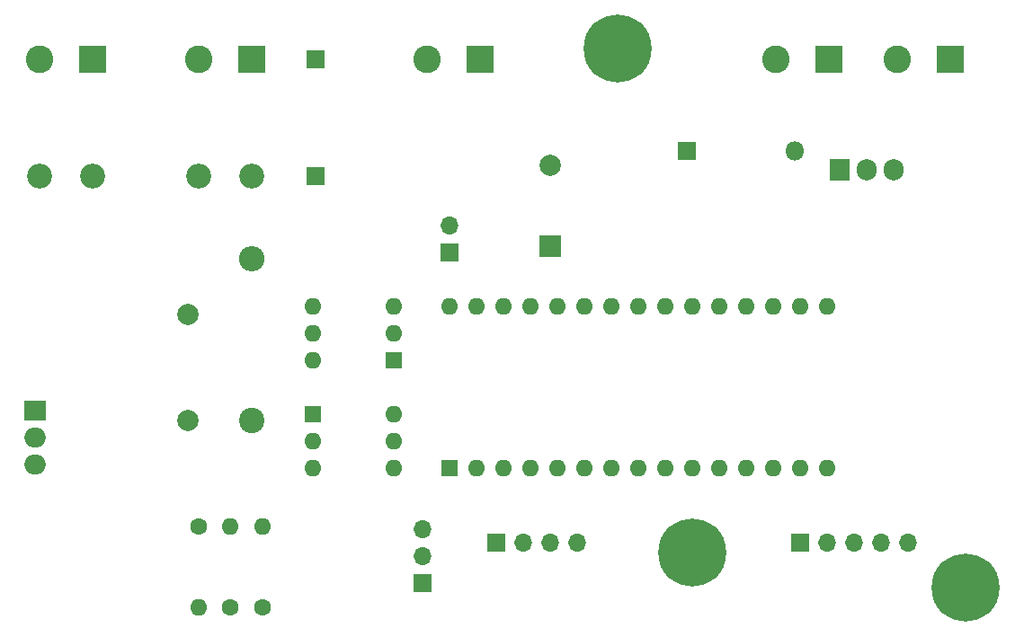
<source format=gbr>
G04 #@! TF.GenerationSoftware,KiCad,Pcbnew,(5.1.12)-1*
G04 #@! TF.CreationDate,2022-01-17T10:13:42+01:00*
G04 #@! TF.ProjectId,arduino_nano_reflow_TRIAC_v1_0,61726475-696e-46f5-9f6e-616e6f5f7265,1.0*
G04 #@! TF.SameCoordinates,Original*
G04 #@! TF.FileFunction,Soldermask,Bot*
G04 #@! TF.FilePolarity,Negative*
%FSLAX46Y46*%
G04 Gerber Fmt 4.6, Leading zero omitted, Abs format (unit mm)*
G04 Created by KiCad (PCBNEW (5.1.12)-1) date 2022-01-17 10:13:42*
%MOMM*%
%LPD*%
G01*
G04 APERTURE LIST*
%ADD10R,1.700000X1.700000*%
%ADD11C,6.400000*%
%ADD12O,1.800000X1.800000*%
%ADD13R,1.800000X1.800000*%
%ADD14O,2.400000X2.400000*%
%ADD15C,2.400000*%
%ADD16C,2.000000*%
%ADD17C,2.600000*%
%ADD18R,2.600000X2.600000*%
%ADD19O,1.700000X1.700000*%
%ADD20O,1.600000X1.600000*%
%ADD21R,1.600000X1.600000*%
%ADD22C,1.600000*%
%ADD23O,2.000000X1.905000*%
%ADD24R,2.000000X1.905000*%
%ADD25O,1.905000X2.000000*%
%ADD26R,1.905000X2.000000*%
%ADD27R,2.000000X2.000000*%
%ADD28C,2.350000*%
G04 APERTURE END LIST*
D10*
X135218820Y-74199260D03*
X135218820Y-63199260D03*
D11*
X163718820Y-62199260D03*
D12*
X180378820Y-71799260D03*
D13*
X170218820Y-71799260D03*
D14*
X129218820Y-81959260D03*
D15*
X129218820Y-97199260D03*
D16*
X123218820Y-97199260D03*
X123218820Y-87199260D03*
D17*
X190018820Y-63199260D03*
D18*
X195018820Y-63199260D03*
D19*
X159858820Y-108690000D03*
X157318820Y-108690000D03*
X154778820Y-108690000D03*
D10*
X152238820Y-108690000D03*
D17*
X178618820Y-63199260D03*
D18*
X183618820Y-63199260D03*
D20*
X183428820Y-86459260D03*
X183428820Y-101699260D03*
X147868820Y-86459260D03*
X180888820Y-101699260D03*
X150408820Y-86459260D03*
X178348820Y-101699260D03*
X152948820Y-86459260D03*
X175808820Y-101699260D03*
X155488820Y-86459260D03*
X173268820Y-101699260D03*
X158028820Y-86459260D03*
X170728820Y-101699260D03*
X160568820Y-86459260D03*
X168188820Y-101699260D03*
X163108820Y-86459260D03*
X165648820Y-101699260D03*
X165648820Y-86459260D03*
X163108820Y-101699260D03*
X168188820Y-86459260D03*
X160568820Y-101699260D03*
X170728820Y-86459260D03*
X158028820Y-101699260D03*
X173268820Y-86459260D03*
X155488820Y-101699260D03*
X175808820Y-86459260D03*
X152948820Y-101699260D03*
X178348820Y-86459260D03*
X150408820Y-101699260D03*
X180888820Y-86459260D03*
D21*
X147868820Y-101699260D03*
D20*
X124218820Y-114819260D03*
D22*
X124218820Y-107199260D03*
D20*
X134998820Y-91545000D03*
X142618820Y-86465000D03*
X134998820Y-89005000D03*
X142618820Y-89005000D03*
X134998820Y-86465000D03*
D21*
X142618820Y-91545000D03*
D20*
X142638820Y-96649260D03*
X135018820Y-101729260D03*
X142638820Y-99189260D03*
X135018820Y-99189260D03*
X142638820Y-101729260D03*
D21*
X135018820Y-96649260D03*
D23*
X108823820Y-101339260D03*
X108823820Y-98799260D03*
D24*
X108823820Y-96259260D03*
D11*
X170718820Y-109699260D03*
X196493140Y-112990980D03*
D25*
X189698820Y-73599260D03*
X187158820Y-73599260D03*
D26*
X184618820Y-73599260D03*
D20*
X127218820Y-107199260D03*
D22*
X127218820Y-114819260D03*
D20*
X130218820Y-107199260D03*
D22*
X130218820Y-114819260D03*
D16*
X157370000Y-73150000D03*
D27*
X157370000Y-80750000D03*
D19*
X191025000Y-108690000D03*
X188485000Y-108690000D03*
X185945000Y-108690000D03*
X183405000Y-108690000D03*
D10*
X180865000Y-108690000D03*
D17*
X124218820Y-63199260D03*
D18*
X129218820Y-63199260D03*
D17*
X109218820Y-63199260D03*
D18*
X114218820Y-63199260D03*
D17*
X145718820Y-63199260D03*
D18*
X150718820Y-63199260D03*
D10*
X147845000Y-81385000D03*
D19*
X147845000Y-78845000D03*
D10*
X145305000Y-112500000D03*
D19*
X145305000Y-109960000D03*
X145305000Y-107420000D03*
D28*
X124218820Y-74199260D03*
X129218820Y-74199260D03*
X114218820Y-74199260D03*
X109218820Y-74199260D03*
M02*

</source>
